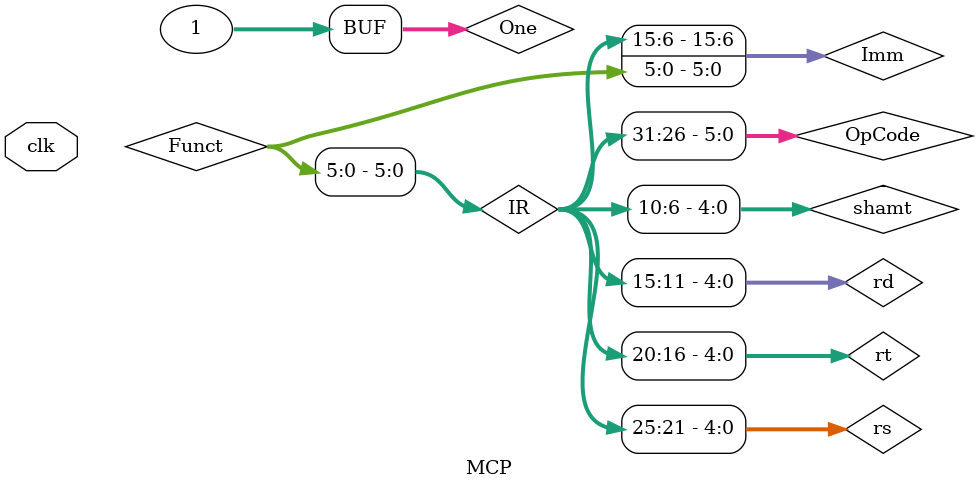
<source format=v>
`timescale 1ns / 1ps


module MCP(clk);
    input clk;
    
    parameter D_Width = 32;
    
    wire    IRWE, MWE, PCWE, Branch, RFWE,
            MtoRFSel, RFDSel, IDSel, ALUIn1Sel,
            zero,BRE,PCE;
    
    wire    [1:0]ALUOp, ALUIn2Sel, PCSel;
    wire    [3:0]ALUSel;
    wire    [4:0]rs, rt, rd, rtd, shamt;
    wire    [5:0]OpCode,Funct;
    wire    [15:0]Imm;
            
    wire    [D_Width-1:0]Adr, MRD, IR, DR,
            RFRD1, RFRD2, RFWD,
            PCR, A, ALUIn1,
            B, One, SImm, ALUIn2,
            ALUOut, ALUOutR,
            Jaddr, PC;
            
    assign  One = 1;
    assign  rs = IR[25:21];
    assign  rt = IR[20:16];
    assign  rd = IR[15:11];
    assign  shamt = IR[10:6];
    assign  OpCode = IR[31:26];
    assign  Funct = IR[5:0];
    assign  Imm = IR[15:0];
    assign  Jaddr = ({PCR[31:26],IR[25:0]}+750);
    and(BRE, zero, Branch);
    or(PCE, PCWE, BRE);
    
    MC MC1  (clk, OpCode, MtoRFSel, RFDSel, IDSel, PCSel, ALUIn2Sel, ALUIn1Sel, ALUOp, IRWE, MWE, PCWE, Branch, RFWE);
    
    P PC1   (clk, PCE, PC, PCR);
    IE IR1  (clk, IRWE, MRD, IR);
    IS DR1  (clk, MRD, DR);
    IS ALUR1(clk, ALUOut, ALUOutR);
    RIR RIR1(clk, RFRD1, RFRD2, A, B);
    
    M2 ID   (IDSel, PCR, ALUOutR, Adr);
    M2 RFWD1(MtoRFSel, ALUOutR, DR, RFWD);
    M2 ALUI1(ALUIn1Sel, PCR, A, ALUIn1);
    M2 RFD  (RFDSel, rt, rd, rtd);
    defparam RFD.D_Width = 5;
    
    M3 ALUI2(ALUIn2Sel, B, One, SImm, ALUIn2);
    M3 PCIN (PCSel, ALUOut, ALUOutR, Jaddr, PC);
    
    SE S1   (Imm,SImm);
    
    Mem M   (clk, MWE, Adr, B, MRD);
    RF  R   (clk, RFWE, rs, rt, rtd, RFWD, RFRD1, RFRD2);
    ALU ALU1(ALUSel, ALUIn1, ALUIn2, shamt, ALUOut, zero);
    ALUD ALD(Funct, ALUOp, ALUSel);
    
endmodule

</source>
